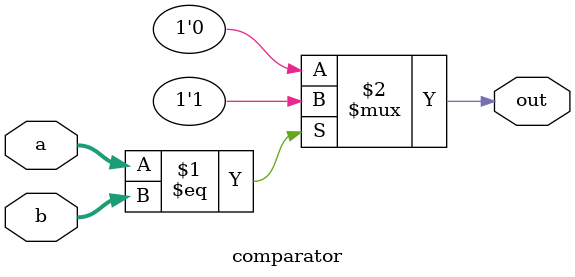
<source format=v>
module comparator(out, a, b);
  input [1:0]a;
  input [1:0]b;
  output out;

  assign out = (a == b) ? 1'b1 : 1'b0;
endmodule
</source>
